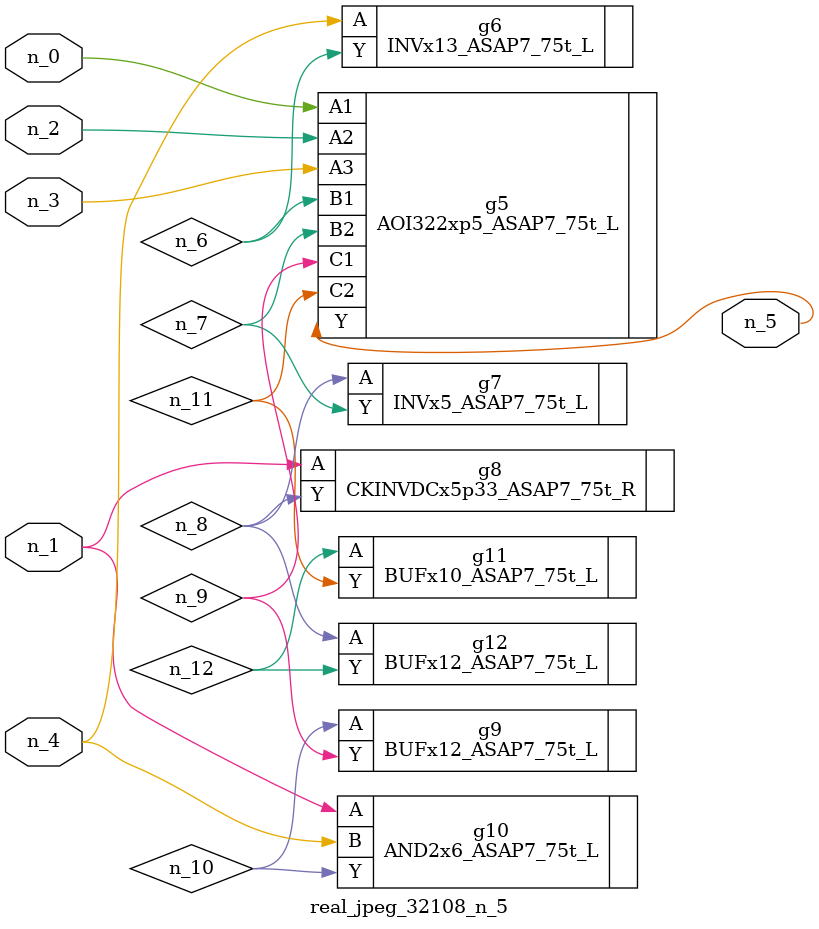
<source format=v>
module real_jpeg_32108_n_5 (n_4, n_0, n_1, n_2, n_3, n_5);

input n_4;
input n_0;
input n_1;
input n_2;
input n_3;

output n_5;

wire n_12;
wire n_8;
wire n_11;
wire n_6;
wire n_7;
wire n_10;
wire n_9;

AOI322xp5_ASAP7_75t_L g5 ( 
.A1(n_0),
.A2(n_2),
.A3(n_3),
.B1(n_6),
.B2(n_7),
.C1(n_9),
.C2(n_11),
.Y(n_5)
);

CKINVDCx5p33_ASAP7_75t_R g8 ( 
.A(n_1),
.Y(n_8)
);

AND2x6_ASAP7_75t_L g10 ( 
.A(n_1),
.B(n_4),
.Y(n_10)
);

INVx13_ASAP7_75t_L g6 ( 
.A(n_4),
.Y(n_6)
);

INVx5_ASAP7_75t_L g7 ( 
.A(n_8),
.Y(n_7)
);

BUFx12_ASAP7_75t_L g12 ( 
.A(n_8),
.Y(n_12)
);

BUFx12_ASAP7_75t_L g9 ( 
.A(n_10),
.Y(n_9)
);

BUFx10_ASAP7_75t_L g11 ( 
.A(n_12),
.Y(n_11)
);


endmodule
</source>
